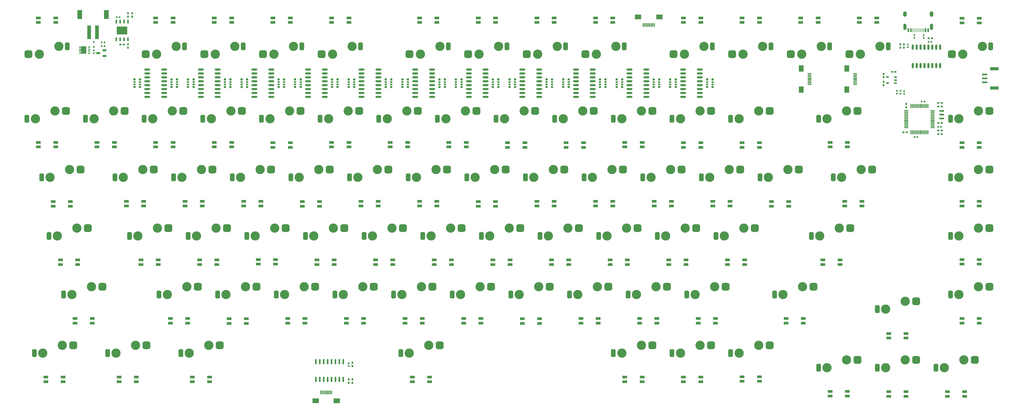
<source format=gbr>
%TF.GenerationSoftware,KiCad,Pcbnew,8.0.8*%
%TF.CreationDate,2025-06-27T17:20:43+08:00*%
%TF.ProjectId,KeyBoard,4b657942-6f61-4726-942e-6b696361645f,rev?*%
%TF.SameCoordinates,Original*%
%TF.FileFunction,Soldermask,Bot*%
%TF.FilePolarity,Negative*%
%FSLAX46Y46*%
G04 Gerber Fmt 4.6, Leading zero omitted, Abs format (unit mm)*
G04 Created by KiCad (PCBNEW 8.0.8) date 2025-06-27 17:20:43*
%MOMM*%
%LPD*%
G01*
G04 APERTURE LIST*
G04 Aperture macros list*
%AMRoundRect*
0 Rectangle with rounded corners*
0 $1 Rounding radius*
0 $2 $3 $4 $5 $6 $7 $8 $9 X,Y pos of 4 corners*
0 Add a 4 corners polygon primitive as box body*
4,1,4,$2,$3,$4,$5,$6,$7,$8,$9,$2,$3,0*
0 Add four circle primitives for the rounded corners*
1,1,$1+$1,$2,$3*
1,1,$1+$1,$4,$5*
1,1,$1+$1,$6,$7*
1,1,$1+$1,$8,$9*
0 Add four rect primitives between the rounded corners*
20,1,$1+$1,$2,$3,$4,$5,0*
20,1,$1+$1,$4,$5,$6,$7,0*
20,1,$1+$1,$6,$7,$8,$9,0*
20,1,$1+$1,$8,$9,$2,$3,0*%
G04 Aperture macros list end*
%ADD10R,1.500000X0.820000*%
%ADD11R,1.300000X0.300000*%
%ADD12R,1.600000X2.000000*%
%ADD13RoundRect,0.381000X0.381000X0.869000X-0.381000X0.869000X-0.381000X-0.869000X0.381000X-0.869000X0*%
%ADD14RoundRect,0.625000X0.650000X0.625000X-0.650000X0.625000X-0.650000X-0.625000X0.650000X-0.625000X0*%
%ADD15C,0.012500*%
%ADD16C,3.000000*%
%ADD17R,0.600000X0.600000*%
%ADD18O,1.971000X0.602000*%
%ADD19RoundRect,0.381000X-0.381000X-0.869000X0.381000X-0.869000X0.381000X0.869000X-0.381000X0.869000X0*%
%ADD20RoundRect,0.625000X-0.650000X-0.625000X0.650000X-0.625000X0.650000X0.625000X-0.650000X0.625000X0*%
%ADD21R,0.800000X0.650000*%
%ADD22R,0.800000X0.500000*%
%ADD23R,0.540000X0.565500*%
%ADD24R,0.790000X0.540000*%
%ADD25R,0.540000X0.790000*%
%ADD26O,0.560000X1.745000*%
%ADD27R,0.565500X0.540000*%
%ADD28R,1.250000X0.700000*%
%ADD29R,0.700000X0.400000*%
%ADD30R,1.800000X2.480000*%
%ADD31R,1.200000X4.500000*%
%ADD32R,1.600000X3.000000*%
%ADD33O,0.599500X1.801000*%
%ADD34R,1.700000X0.600000*%
%ADD35R,2.800000X1.000000*%
%ADD36O,1.500000X0.270000*%
%ADD37O,0.270000X1.500000*%
%ADD38R,1.500000X0.500000*%
%ADD39R,0.899000X0.500500*%
%ADD40R,0.300000X1.300000*%
%ADD41R,2.000000X1.600000*%
%ADD42R,0.600000X1.200000*%
%ADD43R,3.500000X2.500000*%
%ADD44O,1.199000X1.801000*%
%ADD45O,1.100000X1.999000*%
%ADD46R,0.500500X1.300500*%
%ADD47R,0.279500X1.300500*%
G04 APERTURE END LIST*
D10*
%TO.C,LED79*%
X435504300Y-122100280D03*
X435504300Y-123600280D03*
X441104300Y-123600280D03*
X441104300Y-122100280D03*
%TD*%
D11*
%TO.C,FPC4*%
X579340000Y-23450000D03*
X579338500Y-23948000D03*
X579340000Y-24450000D03*
X579340000Y-24950000D03*
X579340000Y-25450000D03*
X579340000Y-25950000D03*
X579340000Y-26450000D03*
X579340000Y-26950000D03*
D12*
X576660000Y-28650000D03*
X576660000Y-21750000D03*
%TD*%
D13*
%TO.C,KEY42*%
X419871150Y-76209600D03*
D14*
X432495650Y-73669600D03*
D15*
X426399650Y-78749600D03*
X431479650Y-78749600D03*
X421319650Y-78749600D03*
D16*
X422589650Y-76209600D03*
X428939650Y-73669600D03*
%TD*%
D17*
%TO.C,D1*%
X332100000Y-13116000D03*
X332100000Y-14716000D03*
%TD*%
D18*
%TO.C,U5*%
X459330168Y-22105000D03*
X459330168Y-23375000D03*
X459330168Y-24645000D03*
X459330168Y-25915000D03*
X459330168Y-27185000D03*
X459330168Y-28455000D03*
X459330168Y-29725000D03*
X459330168Y-30995000D03*
X453859168Y-30995000D03*
X453859168Y-29725000D03*
X453859168Y-28455000D03*
X453859168Y-27185000D03*
X453859168Y-25915000D03*
X453859168Y-24645000D03*
X453859168Y-23375000D03*
X453859168Y-22105000D03*
%TD*%
D19*
%TO.C,KEY10*%
X551990300Y-14614400D03*
D20*
X539365800Y-17154400D03*
D15*
X545461800Y-12074400D03*
X540381800Y-12074400D03*
X550541800Y-12074400D03*
D16*
X549271800Y-14614400D03*
X542921800Y-17154400D03*
%TD*%
D13*
%TO.C,KEY3*%
X610371150Y-38109600D03*
D14*
X622995650Y-35569600D03*
D15*
X616899650Y-40649600D03*
X621979650Y-40649600D03*
X611819650Y-40649600D03*
D16*
X613089650Y-38109600D03*
X619439650Y-35569600D03*
%TD*%
D19*
%TO.C,KEY47*%
X399590275Y-14614400D03*
D20*
X386965775Y-17154400D03*
D15*
X393061775Y-12074400D03*
X387981775Y-12074400D03*
X398141775Y-12074400D03*
D16*
X396871775Y-14614400D03*
X390521775Y-17154400D03*
%TD*%
D21*
%TO.C,R15*%
X409462334Y-27748491D03*
D22*
X409462334Y-26948491D03*
X409462334Y-26148491D03*
D21*
X409462334Y-25348491D03*
X411262334Y-25348491D03*
D22*
X411262334Y-26148491D03*
X411262334Y-26948491D03*
D21*
X411262334Y-27748491D03*
%TD*%
%TO.C,R9*%
X461694668Y-27749352D03*
D22*
X461694668Y-26949352D03*
X461694668Y-26149352D03*
D21*
X461694668Y-25349352D03*
X463494668Y-25349352D03*
D22*
X463494668Y-26149352D03*
X463494668Y-26949352D03*
D21*
X463494668Y-27749352D03*
%TD*%
D13*
%TO.C,KEY77*%
X586558150Y-100022300D03*
D14*
X599182650Y-97482300D03*
D15*
X593086650Y-102562300D03*
X598166650Y-102562300D03*
X588006650Y-102562300D03*
D16*
X589276650Y-100022300D03*
X595626650Y-97482300D03*
%TD*%
D10*
%TO.C,LED54*%
X404549500Y-84000200D03*
X404549500Y-85500200D03*
X410149500Y-85500200D03*
X410149500Y-84000200D03*
%TD*%
D18*
%TO.C,U3*%
X494151724Y-22105000D03*
X494151724Y-23375000D03*
X494151724Y-24645000D03*
X494151724Y-25915000D03*
X494151724Y-27185000D03*
X494151724Y-28455000D03*
X494151724Y-29725000D03*
X494151724Y-30995000D03*
X488680724Y-30995000D03*
X488680724Y-29725000D03*
X488680724Y-28455000D03*
X488680724Y-27185000D03*
X488680724Y-25915000D03*
X488680724Y-24645000D03*
X488680724Y-23375000D03*
X488680724Y-22105000D03*
%TD*%
D13*
%TO.C,KEY76*%
X505596150Y-95259800D03*
D14*
X518220650Y-92719800D03*
D15*
X512124650Y-97799800D03*
X517204650Y-97799800D03*
X507044650Y-97799800D03*
D16*
X508314650Y-95259800D03*
X514664650Y-92719800D03*
%TD*%
D13*
%TO.C,KEY53*%
X391295650Y-95259800D03*
D14*
X403920150Y-92719800D03*
D15*
X397824150Y-97799800D03*
X402904150Y-97799800D03*
X392744150Y-97799800D03*
D16*
X394014150Y-95259800D03*
X400364150Y-92719800D03*
%TD*%
D10*
%TO.C,LED78*%
X504562300Y-122100280D03*
X504562300Y-123600280D03*
X510162300Y-123600280D03*
X510162300Y-122100280D03*
%TD*%
D18*
%TO.C,U6*%
X441919390Y-22105000D03*
X441919390Y-23375000D03*
X441919390Y-24645000D03*
X441919390Y-25915000D03*
X441919390Y-27185000D03*
X441919390Y-28455000D03*
X441919390Y-29725000D03*
X441919390Y-30995000D03*
X436448390Y-30995000D03*
X436448390Y-29725000D03*
X436448390Y-28455000D03*
X436448390Y-27185000D03*
X436448390Y-25915000D03*
X436448390Y-24645000D03*
X436448390Y-23375000D03*
X436448390Y-22105000D03*
%TD*%
D23*
%TO.C,R36*%
X332100000Y-15900000D03*
X332100000Y-16766000D03*
%TD*%
D24*
%TO.C,C16*%
X603229500Y-11916000D03*
X604319500Y-11916000D03*
%TD*%
D25*
%TO.C,C17*%
X344475000Y-3810000D03*
X344475000Y-4900000D03*
%TD*%
D10*
%TO.C,LED64*%
X438724300Y-104550300D03*
X438724300Y-103050300D03*
X433124300Y-103050300D03*
X433124300Y-104550300D03*
%TD*%
D24*
%TO.C,C11*%
X606360000Y-34150000D03*
X607450000Y-34150000D03*
%TD*%
D13*
%TO.C,KEY61*%
X353195650Y-95259800D03*
D14*
X365820150Y-92719800D03*
D15*
X359724150Y-97799800D03*
X364804150Y-97799800D03*
X354644150Y-97799800D03*
D16*
X355914150Y-95259800D03*
X362264150Y-92719800D03*
%TD*%
D10*
%TO.C,LED30*%
X324424460Y-66565200D03*
X324424460Y-65065200D03*
X318824460Y-65065200D03*
X318824460Y-66565200D03*
%TD*%
%TO.C,LED77*%
X523612300Y-122100280D03*
X523612300Y-123600280D03*
X529212300Y-123600280D03*
X529212300Y-122100280D03*
%TD*%
D13*
%TO.C,KEY13*%
X567508150Y-38109600D03*
D14*
X580132650Y-35569600D03*
D15*
X574036650Y-40649600D03*
X579116650Y-40649600D03*
X568956650Y-40649600D03*
D16*
X570226650Y-38109600D03*
X576576650Y-35569600D03*
%TD*%
D21*
%TO.C,R22*%
X347050000Y-25347625D03*
D22*
X347050000Y-26147625D03*
X347050000Y-26947625D03*
D21*
X347050000Y-27747625D03*
X345250000Y-27747625D03*
D22*
X345250000Y-26947625D03*
X345250000Y-26147625D03*
D21*
X345250000Y-25347625D03*
%TD*%
D19*
%TO.C,KEY45*%
X361490275Y-14614400D03*
D20*
X348865775Y-17154400D03*
D15*
X354961775Y-12074400D03*
X349881775Y-12074400D03*
X360041775Y-12074400D03*
D16*
X358771775Y-14614400D03*
X352421775Y-17154400D03*
%TD*%
D10*
%TO.C,LED41*%
X538737300Y-66450200D03*
X538737300Y-64950200D03*
X533137300Y-64950200D03*
X533137300Y-66450200D03*
%TD*%
%TO.C,LED20*%
X485512300Y-45900200D03*
X485512300Y-47400200D03*
X491112300Y-47400200D03*
X491112300Y-45900200D03*
%TD*%
%TO.C,LED35*%
X424437300Y-66450200D03*
X424437300Y-64950200D03*
X418837300Y-64950200D03*
X418837300Y-66450200D03*
%TD*%
D13*
%TO.C,KEY35*%
X467496150Y-95259800D03*
D14*
X480120650Y-92719800D03*
D15*
X474024650Y-97799800D03*
X479104650Y-97799800D03*
X468944650Y-97799800D03*
D16*
X470214650Y-95259800D03*
X476564650Y-92719800D03*
%TD*%
D10*
%TO.C,LED53*%
X423599300Y-84000200D03*
X423599300Y-85500200D03*
X429199300Y-85500200D03*
X429199300Y-84000200D03*
%TD*%
D25*
%TO.C,C15*%
X595229500Y-15011000D03*
X595229500Y-13921000D03*
%TD*%
D21*
%TO.C,R19*%
X374640778Y-27747417D03*
D22*
X374640778Y-26947417D03*
X374640778Y-26147417D03*
D21*
X374640778Y-25347417D03*
X376440778Y-25347417D03*
D22*
X376440778Y-26147417D03*
X376440778Y-26947417D03*
D21*
X376440778Y-27747417D03*
%TD*%
D23*
%TO.C,R26*%
X594100000Y-29950000D03*
X594100000Y-29084000D03*
%TD*%
D19*
%TO.C,KEY4*%
X623427575Y-14614400D03*
D20*
X610803075Y-17154400D03*
D15*
X616899075Y-12074400D03*
X611819075Y-12074400D03*
X621979075Y-12074400D03*
D16*
X620709075Y-14614400D03*
X614359075Y-17154400D03*
%TD*%
D13*
%TO.C,KEY34*%
X477021150Y-76209600D03*
D14*
X489645650Y-73669600D03*
D15*
X483549650Y-78749600D03*
X488629650Y-78749600D03*
X478469650Y-78749600D03*
D16*
X479739650Y-76209600D03*
X486089650Y-73669600D03*
%TD*%
D19*
%TO.C,KEY28*%
X504365300Y-14614400D03*
D20*
X491740800Y-17154400D03*
D15*
X497836800Y-12074400D03*
X492756800Y-12074400D03*
X502916800Y-12074400D03*
D16*
X501646800Y-14614400D03*
X495296800Y-17154400D03*
%TD*%
D10*
%TO.C,LED10*%
X529212300Y-6825900D03*
X529212300Y-5325900D03*
X523612300Y-5325900D03*
X523612300Y-6825900D03*
%TD*%
D13*
%TO.C,KEY59*%
X377008150Y-57159600D03*
D14*
X389632650Y-54619600D03*
D15*
X383536650Y-59699600D03*
X388616650Y-59699600D03*
X378456650Y-59699600D03*
D16*
X379726650Y-57159600D03*
X386076650Y-54619600D03*
%TD*%
D13*
%TO.C,KEY64*%
X348433150Y-38109600D03*
D14*
X361057650Y-35569600D03*
D15*
X354961650Y-40649600D03*
X360041650Y-40649600D03*
X349881650Y-40649600D03*
D16*
X351151650Y-38109600D03*
X357501650Y-35569600D03*
%TD*%
D23*
%TO.C,R32*%
X596479500Y-14866000D03*
X596479500Y-14000000D03*
%TD*%
D21*
%TO.C,R16*%
X399262334Y-25348341D03*
D22*
X399262334Y-26148341D03*
X399262334Y-26948341D03*
D21*
X399262334Y-27748341D03*
X397462334Y-27748341D03*
D22*
X397462334Y-26948341D03*
X397462334Y-26148341D03*
D21*
X397462334Y-25348341D03*
%TD*%
D13*
%TO.C,KEY5*%
X610371150Y-95259800D03*
D14*
X622995650Y-92719800D03*
D15*
X616899650Y-97799800D03*
X621979650Y-97799800D03*
X611819650Y-97799800D03*
D16*
X613089650Y-95259800D03*
X619439650Y-92719800D03*
%TD*%
D13*
%TO.C,KEY73*%
X431777150Y-114309780D03*
D14*
X444401650Y-111769780D03*
D15*
X438305650Y-116849780D03*
X443385650Y-116849780D03*
X433225650Y-116849780D03*
D16*
X434495650Y-114309780D03*
X440845650Y-111769780D03*
%TD*%
D13*
%TO.C,KEY63*%
X357958150Y-57159600D03*
D14*
X370582650Y-54619600D03*
D15*
X364486650Y-59699600D03*
X369566650Y-59699600D03*
X359406650Y-59699600D03*
D16*
X360676650Y-57159600D03*
X367026650Y-54619600D03*
%TD*%
D10*
%TO.C,LED46*%
X568854300Y-84000200D03*
X568854300Y-85500200D03*
X574454300Y-85500200D03*
X574454300Y-84000200D03*
%TD*%
%TO.C,LED59*%
X331568200Y-104550300D03*
X331568200Y-103050300D03*
X325968200Y-103050300D03*
X325968200Y-104550300D03*
%TD*%
D13*
%TO.C,KEY29*%
X481783150Y-38109600D03*
D14*
X494407650Y-35569600D03*
D15*
X488311650Y-40649600D03*
X493391650Y-40649600D03*
X483231650Y-40649600D03*
D16*
X484501650Y-38109600D03*
X490851650Y-35569600D03*
%TD*%
D13*
%TO.C,KEY41*%
X429396150Y-95259800D03*
D14*
X442020650Y-92719800D03*
D15*
X435924650Y-97799800D03*
X441004650Y-97799800D03*
X430844650Y-97799800D03*
D16*
X432114650Y-95259800D03*
X438464650Y-92719800D03*
%TD*%
D13*
%TO.C,KEY49*%
X410346150Y-95259800D03*
D14*
X422970650Y-92719800D03*
D15*
X416874650Y-97799800D03*
X421954650Y-97799800D03*
X411794650Y-97799800D03*
D16*
X413064650Y-95259800D03*
X419414650Y-92719800D03*
%TD*%
D10*
%TO.C,LED71*%
X595887300Y-109426400D03*
X595887300Y-107926400D03*
X590287300Y-107926400D03*
X590287300Y-109426400D03*
%TD*%
D26*
%TO.C,U12*%
X413113625Y-122854000D03*
X411843625Y-122854000D03*
X410573625Y-122854000D03*
X409303625Y-122854000D03*
X408033625Y-122854000D03*
X406763625Y-122854000D03*
X405493625Y-122854000D03*
X404223625Y-122854000D03*
X404223625Y-117109000D03*
X405493625Y-117109000D03*
X406763625Y-117109000D03*
X408033625Y-117109000D03*
X409303625Y-117109000D03*
X410573625Y-117109000D03*
X411843625Y-117109000D03*
X413113625Y-117109000D03*
%TD*%
D18*
%TO.C,U4*%
X476740946Y-22105000D03*
X476740946Y-23375000D03*
X476740946Y-24645000D03*
X476740946Y-25915000D03*
X476740946Y-27185000D03*
X476740946Y-28455000D03*
X476740946Y-29725000D03*
X476740946Y-30995000D03*
X471269946Y-30995000D03*
X471269946Y-29725000D03*
X471269946Y-28455000D03*
X471269946Y-27185000D03*
X471269946Y-25915000D03*
X471269946Y-24645000D03*
X471269946Y-23375000D03*
X471269946Y-22105000D03*
%TD*%
D10*
%TO.C,LED5*%
X414910600Y-6825900D03*
X414910600Y-5325900D03*
X409310600Y-5325900D03*
X409310600Y-6825900D03*
%TD*%
D24*
%TO.C,C9*%
X606400000Y-41900000D03*
X607490000Y-41900000D03*
%TD*%
D27*
%TO.C,R33*%
X603229500Y-13166000D03*
X604095500Y-13166000D03*
%TD*%
D10*
%TO.C,LED52*%
X442649300Y-84000200D03*
X442649300Y-85500200D03*
X448249300Y-85500200D03*
X448249300Y-84000200D03*
%TD*%
D13*
%TO.C,KEY54*%
X381770650Y-76209600D03*
D14*
X394395150Y-73669600D03*
D15*
X388299150Y-78749600D03*
X393379150Y-78749600D03*
X383219150Y-78749600D03*
D16*
X384489150Y-76209600D03*
X390839150Y-73669600D03*
%TD*%
D13*
%TO.C,KEY2*%
X610371150Y-57159600D03*
D14*
X622995650Y-54619600D03*
D15*
X616899650Y-59699600D03*
X621979650Y-59699600D03*
X611819650Y-59699600D03*
D16*
X613089650Y-57159600D03*
X619439650Y-54619600D03*
%TD*%
D21*
%TO.C,R10*%
X451494668Y-25349052D03*
D22*
X451494668Y-26149052D03*
X451494668Y-26949052D03*
D21*
X451494668Y-27749052D03*
X449694668Y-27749052D03*
D22*
X449694668Y-26949052D03*
X449694668Y-26149052D03*
D21*
X449694668Y-25349052D03*
%TD*%
D13*
%TO.C,KEY24*%
X496071150Y-76209600D03*
D14*
X508695650Y-73669600D03*
D15*
X502599650Y-78749600D03*
X507679650Y-78749600D03*
X497519650Y-78749600D03*
D16*
X498789650Y-76209600D03*
X505139650Y-73669600D03*
%TD*%
D10*
%TO.C,LED57*%
X347399500Y-84000200D03*
X347399500Y-85500200D03*
X352999500Y-85500200D03*
X352999500Y-84000200D03*
%TD*%
D23*
%TO.C,R25*%
X592900000Y-29933000D03*
X592900000Y-29067000D03*
%TD*%
D13*
%TO.C,KEY69*%
X360339450Y-114309780D03*
D14*
X372963950Y-111769780D03*
D15*
X366867950Y-116849780D03*
X371947950Y-116849780D03*
X361787950Y-116849780D03*
D16*
X363057950Y-114309780D03*
X369407950Y-111769780D03*
%TD*%
D13*
%TO.C,KEY71*%
X312714550Y-114309780D03*
D14*
X325339050Y-111769780D03*
D15*
X319243050Y-116849780D03*
X324323050Y-116849780D03*
X314163050Y-116849780D03*
D16*
X315433050Y-114309780D03*
X321783050Y-111769780D03*
%TD*%
D28*
%TO.C,Q2*%
X335515000Y-15838750D03*
X335515000Y-17738750D03*
X333515000Y-16788750D03*
%TD*%
D10*
%TO.C,LED33*%
X386337000Y-66450200D03*
X386337000Y-64950200D03*
X380737000Y-64950200D03*
X380737000Y-66450200D03*
%TD*%
D11*
%TO.C,FPC3*%
X564540000Y-23450000D03*
X564538500Y-23948000D03*
X564540000Y-24450000D03*
X564540000Y-24950000D03*
X564540000Y-25450000D03*
X564540000Y-25950000D03*
X564540000Y-26450000D03*
X564540000Y-26950000D03*
D12*
X561860000Y-28650000D03*
X561860000Y-21750000D03*
%TD*%
D13*
%TO.C,KEY1*%
X610371150Y-76209600D03*
D14*
X622995650Y-73669600D03*
D15*
X616899650Y-78749600D03*
X621979650Y-78749600D03*
X611819650Y-78749600D03*
D16*
X613089650Y-76209600D03*
X619439650Y-73669600D03*
%TD*%
D10*
%TO.C,LED36*%
X443487300Y-66450200D03*
X443487300Y-64950200D03*
X437887300Y-64950200D03*
X437887300Y-66450200D03*
%TD*%
D29*
%TO.C,Q1*%
X330550000Y-14816000D03*
X330550000Y-15466000D03*
X330550000Y-16116000D03*
X330550000Y-16766000D03*
X327580000Y-16766000D03*
X327580000Y-16116000D03*
X327580000Y-15466000D03*
X327580000Y-14816000D03*
D30*
X328780000Y-15791000D03*
%TD*%
D21*
%TO.C,R3*%
X513887002Y-27749713D03*
D22*
X513887002Y-26949713D03*
X513887002Y-26149713D03*
D21*
X513887002Y-25349713D03*
X515687002Y-25349713D03*
D22*
X515687002Y-26149713D03*
X515687002Y-26949713D03*
D21*
X515687002Y-27749713D03*
%TD*%
D13*
%TO.C,KEY81*%
X338908150Y-57159600D03*
D14*
X351532650Y-54619600D03*
D15*
X345436650Y-59699600D03*
X350516650Y-59699600D03*
X340356650Y-59699600D03*
D16*
X341626650Y-57159600D03*
X347976650Y-54619600D03*
%TD*%
D13*
%TO.C,KEY62*%
X343670650Y-76209600D03*
D14*
X356295150Y-73669600D03*
D15*
X350199150Y-78749600D03*
X355279150Y-78749600D03*
X345119150Y-78749600D03*
D16*
X346389150Y-76209600D03*
X352739150Y-73669600D03*
%TD*%
D24*
%TO.C,C7*%
X607440000Y-39500000D03*
X606350000Y-39500000D03*
%TD*%
D13*
%TO.C,KEY66*%
X315095850Y-57159600D03*
D14*
X327720350Y-54619600D03*
D15*
X321624350Y-59699600D03*
X326704350Y-59699600D03*
X316544350Y-59699600D03*
D16*
X317814350Y-57159600D03*
X324164350Y-54619600D03*
%TD*%
D31*
%TO.C,U16*%
X330550000Y-9975000D03*
X333050000Y-9975000D03*
D32*
X336150000Y-4225000D03*
X327450000Y-4225000D03*
%TD*%
D10*
%TO.C,LED21*%
X466462300Y-45900200D03*
X466462300Y-47400200D03*
X472062300Y-47400200D03*
X472062300Y-45900200D03*
%TD*%
%TO.C,LED18*%
X523612300Y-45900200D03*
X523612300Y-47400200D03*
X529212300Y-47400200D03*
X529212300Y-45900200D03*
%TD*%
%TO.C,LED11*%
X548262300Y-6825900D03*
X548262300Y-5325900D03*
X542662300Y-5325900D03*
X542662300Y-6825900D03*
%TD*%
D13*
%TO.C,KEY15*%
X519883150Y-38109600D03*
D14*
X532507650Y-35569600D03*
D15*
X526411650Y-40649600D03*
X531491650Y-40649600D03*
X521331650Y-40649600D03*
D16*
X522601650Y-38109600D03*
X528951650Y-35569600D03*
%TD*%
D18*
%TO.C,U1*%
X528933280Y-22105000D03*
X528933280Y-23375000D03*
X528933280Y-24645000D03*
X528933280Y-25915000D03*
X528933280Y-27185000D03*
X528933280Y-28455000D03*
X528933280Y-29725000D03*
X528933280Y-30995000D03*
X523462280Y-30995000D03*
X523462280Y-29725000D03*
X523462280Y-28455000D03*
X523462280Y-27185000D03*
X523462280Y-25915000D03*
X523462280Y-24645000D03*
X523462280Y-23375000D03*
X523462280Y-22105000D03*
%TD*%
D13*
%TO.C,KEY30*%
X491308150Y-57159600D03*
D14*
X503932650Y-54619600D03*
D15*
X497836650Y-59699600D03*
X502916650Y-59699600D03*
X492756650Y-59699600D03*
D16*
X494026650Y-57159600D03*
X500376650Y-54619600D03*
%TD*%
D33*
%TO.C,U15*%
X607009500Y-20810000D03*
X605739500Y-20810000D03*
X604469500Y-20810000D03*
X603199500Y-20810000D03*
X601929500Y-20810000D03*
X600659500Y-20810000D03*
X599389500Y-20810000D03*
X598119500Y-20810000D03*
X598119500Y-14866000D03*
X599389500Y-14866000D03*
X600659500Y-14866000D03*
X601929500Y-14866000D03*
X603199500Y-14866000D03*
X604469500Y-14866000D03*
X605739500Y-14866000D03*
X607009500Y-14866000D03*
%TD*%
D21*
%TO.C,R4*%
X503707002Y-25349763D03*
D22*
X503707002Y-26149763D03*
X503707002Y-26949763D03*
D21*
X503707002Y-27749763D03*
X501907002Y-27749763D03*
D22*
X501907002Y-26949763D03*
X501907002Y-26149763D03*
D21*
X501907002Y-25349763D03*
%TD*%
D25*
%TO.C,C6*%
X588600000Y-26100000D03*
X588600000Y-27190000D03*
%TD*%
D21*
%TO.C,R5*%
X496496224Y-27749426D03*
D22*
X496496224Y-26949426D03*
X496496224Y-26149426D03*
D21*
X496496224Y-25349426D03*
X498296224Y-25349426D03*
D22*
X498296224Y-26149426D03*
X498296224Y-26949426D03*
D21*
X498296224Y-27749426D03*
%TD*%
D10*
%TO.C,LED63*%
X419674300Y-104550300D03*
X419674300Y-103050300D03*
X414074300Y-103050300D03*
X414074300Y-104550300D03*
%TD*%
D21*
%TO.C,R21*%
X357250000Y-27747625D03*
D22*
X357250000Y-26947625D03*
X357250000Y-26147625D03*
D21*
X357250000Y-25347625D03*
X359050000Y-25347625D03*
D22*
X359050000Y-26147625D03*
X359050000Y-26947625D03*
D21*
X359050000Y-27747625D03*
%TD*%
D10*
%TO.C,LED42*%
X557787300Y-66565200D03*
X557787300Y-65065200D03*
X552187300Y-65065200D03*
X552187300Y-66565200D03*
%TD*%
D19*
%TO.C,KEY9*%
X532940575Y-14614400D03*
D20*
X520316075Y-17154400D03*
D15*
X526412075Y-12074400D03*
X521332075Y-12074400D03*
X531492075Y-12074400D03*
D16*
X530222075Y-14614400D03*
X523872075Y-17154400D03*
%TD*%
D10*
%TO.C,LED17*%
X542662300Y-45900200D03*
X542662300Y-47400200D03*
X548262300Y-47400200D03*
X548262300Y-45900200D03*
%TD*%
D21*
%TO.C,R18*%
X381851556Y-25348104D03*
D22*
X381851556Y-26148104D03*
X381851556Y-26948104D03*
D21*
X381851556Y-27748104D03*
X380051556Y-27748104D03*
D22*
X380051556Y-26948104D03*
X380051556Y-26148104D03*
D21*
X380051556Y-25348104D03*
%TD*%
D13*
%TO.C,KEY14*%
X538933150Y-38109600D03*
D14*
X551557650Y-35569600D03*
D15*
X545461650Y-40649600D03*
X550541650Y-40649600D03*
X540381650Y-40649600D03*
D16*
X541651650Y-38109600D03*
X548001650Y-35569600D03*
%TD*%
D10*
%TO.C,LED72*%
X619699300Y-104550300D03*
X619699300Y-103050300D03*
X614099300Y-103050300D03*
X614099300Y-104550300D03*
%TD*%
%TO.C,LED48*%
X518849300Y-84000200D03*
X518849300Y-85500200D03*
X524449300Y-85500200D03*
X524449300Y-84000200D03*
%TD*%
%TO.C,LED75*%
X571237300Y-126746410D03*
X571237300Y-128246410D03*
X576837300Y-128246410D03*
X576837300Y-126746410D03*
%TD*%
%TO.C,LED26*%
X371212000Y-45785200D03*
X371212000Y-47285200D03*
X376812000Y-47285200D03*
X376812000Y-45785200D03*
%TD*%
%TO.C,LED43*%
X581599300Y-66450200D03*
X581599300Y-64950200D03*
X575999300Y-64950200D03*
X575999300Y-66450200D03*
%TD*%
D21*
%TO.C,R20*%
X364460778Y-25347867D03*
D22*
X364460778Y-26147867D03*
X364460778Y-26947867D03*
D21*
X364460778Y-27747867D03*
X362660778Y-27747867D03*
D22*
X362660778Y-26947867D03*
X362660778Y-26147867D03*
D21*
X362660778Y-25347867D03*
%TD*%
D13*
%TO.C,KEY72*%
X322239550Y-95259800D03*
D14*
X334864050Y-92719800D03*
D15*
X328768050Y-97799800D03*
X333848050Y-97799800D03*
X323688050Y-97799800D03*
D16*
X324958050Y-95259800D03*
X331308050Y-92719800D03*
%TD*%
D10*
%TO.C,LED16*%
X571237300Y-45785200D03*
X571237300Y-47285200D03*
X576837300Y-47285200D03*
X576837300Y-45785200D03*
%TD*%
D13*
%TO.C,KEY38*%
X438921150Y-76209600D03*
D14*
X451545650Y-73669600D03*
D15*
X445449650Y-78749600D03*
X450529650Y-78749600D03*
X440369650Y-78749600D03*
D16*
X441639650Y-76209600D03*
X447989650Y-73669600D03*
%TD*%
D13*
%TO.C,KEY36*%
X457971150Y-76209600D03*
D14*
X470595650Y-73669600D03*
D15*
X464499650Y-78749600D03*
X469579650Y-78749600D03*
X459419650Y-78749600D03*
D16*
X460689650Y-76209600D03*
X467039650Y-73669600D03*
%TD*%
D23*
%TO.C,R23*%
X414823625Y-117588000D03*
X414823625Y-118454000D03*
%TD*%
D13*
%TO.C,KEY57*%
X372245650Y-95259800D03*
D14*
X384870150Y-92719800D03*
D15*
X378774150Y-97799800D03*
X383854150Y-97799800D03*
X373694150Y-97799800D03*
D16*
X374964150Y-95259800D03*
X381314150Y-92719800D03*
%TD*%
D21*
%TO.C,R2*%
X521097780Y-25350000D03*
D22*
X521097780Y-26150000D03*
X521097780Y-26950000D03*
D21*
X521097780Y-27750000D03*
X519297780Y-27750000D03*
D22*
X519297780Y-26950000D03*
X519297780Y-26150000D03*
D21*
X519297780Y-25350000D03*
%TD*%
D10*
%TO.C,LED65*%
X457774300Y-104550300D03*
X457774300Y-103050300D03*
X452174300Y-103050300D03*
X452174300Y-104550300D03*
%TD*%
D24*
%TO.C,C20*%
X341770000Y-13950000D03*
X340680000Y-13950000D03*
%TD*%
D23*
%TO.C,R27*%
X595300000Y-29100000D03*
X595300000Y-29966000D03*
%TD*%
D10*
%TO.C,LED14*%
X619699300Y-6940900D03*
X619699300Y-5440900D03*
X614099300Y-5440900D03*
X614099300Y-6940900D03*
%TD*%
D25*
%TO.C,C2*%
X416023625Y-122864000D03*
X416023625Y-123954000D03*
%TD*%
D10*
%TO.C,LED66*%
X476824300Y-104665300D03*
X476824300Y-103165300D03*
X471224300Y-103165300D03*
X471224300Y-104665300D03*
%TD*%
D13*
%TO.C,KEY60*%
X367483150Y-38109600D03*
D14*
X380107650Y-35569600D03*
D15*
X374011650Y-40649600D03*
X379091650Y-40649600D03*
X368931650Y-40649600D03*
D16*
X370201650Y-38109600D03*
X376551650Y-35569600D03*
%TD*%
D13*
%TO.C,KEY16*%
X500833150Y-38109600D03*
D14*
X513457650Y-35569600D03*
D15*
X507361650Y-40649600D03*
X512441650Y-40649600D03*
X502281650Y-40649600D03*
D16*
X503551650Y-38109600D03*
X509901650Y-35569600D03*
%TD*%
D25*
%TO.C,C1*%
X414823625Y-123944000D03*
X414823625Y-122854000D03*
%TD*%
D13*
%TO.C,KEY82*%
X329383025Y-38109600D03*
D14*
X342007525Y-35569600D03*
D15*
X335911525Y-40649600D03*
X340991525Y-40649600D03*
X330831525Y-40649600D03*
D16*
X332101525Y-38109600D03*
X338451525Y-35569600D03*
%TD*%
D13*
%TO.C,KEY20*%
X510358150Y-57159600D03*
D14*
X522982650Y-54619600D03*
D15*
X516886650Y-59699600D03*
X521966650Y-59699600D03*
X511806650Y-59699600D03*
D16*
X513076650Y-57159600D03*
X519426650Y-54619600D03*
%TD*%
D25*
%TO.C,C3*%
X416073625Y-117464000D03*
X416073625Y-118554000D03*
%TD*%
D34*
%TO.C,CN1*%
X621438000Y-23736500D03*
X621438000Y-24986500D03*
X621438000Y-26236500D03*
D35*
X624588000Y-28086500D03*
X624588000Y-21886500D03*
%TD*%
D13*
%TO.C,KEY40*%
X443683150Y-38109600D03*
D14*
X456307650Y-35569600D03*
D15*
X450211650Y-40649600D03*
X455291650Y-40649600D03*
X445131650Y-40649600D03*
D16*
X446401650Y-38109600D03*
X452751650Y-35569600D03*
%TD*%
D10*
%TO.C,LED76*%
X542662300Y-121985280D03*
X542662300Y-123485280D03*
X548262300Y-123485280D03*
X548262300Y-121985280D03*
%TD*%
D25*
%TO.C,C18*%
X343175000Y-4900000D03*
X343175000Y-3810000D03*
%TD*%
D10*
%TO.C,LED45*%
X614099300Y-83885200D03*
X614099300Y-85385200D03*
X619699300Y-85385200D03*
X619699300Y-83885200D03*
%TD*%
%TO.C,LED6*%
X443487300Y-6825900D03*
X443487300Y-5325900D03*
X437887300Y-5325900D03*
X437887300Y-6825900D03*
%TD*%
D13*
%TO.C,KEY78*%
X538933150Y-114309780D03*
D14*
X551557650Y-111769780D03*
D15*
X545461650Y-116849780D03*
X550541650Y-116849780D03*
X540381650Y-116849780D03*
D16*
X541651650Y-114309780D03*
X548001650Y-111769780D03*
%TD*%
D36*
%TO.C,U13*%
X604500000Y-35500000D03*
X604500000Y-36000000D03*
X604500000Y-36500000D03*
X604500000Y-37000000D03*
X604500000Y-37500000D03*
X604500000Y-38000000D03*
X604500000Y-38500000D03*
X604500000Y-39000000D03*
X604500000Y-39500000D03*
X604500000Y-40000000D03*
X604500000Y-40500000D03*
X604500000Y-41000000D03*
D37*
X603000000Y-42500000D03*
X602500000Y-42500000D03*
X602000000Y-42500000D03*
X601500000Y-42500000D03*
X601000000Y-42500000D03*
X600500000Y-42500000D03*
X600000000Y-42500000D03*
X599500000Y-42500000D03*
X599000000Y-42500000D03*
X598500000Y-42500000D03*
X598000000Y-42500000D03*
X597500000Y-42500000D03*
D36*
X596000000Y-41000000D03*
X596000000Y-40500000D03*
X596000000Y-40000000D03*
X596000000Y-39500000D03*
X596000000Y-39000000D03*
X596000000Y-38500000D03*
X596000000Y-38000000D03*
X596000000Y-37500000D03*
X596000000Y-37000000D03*
X596000000Y-36500000D03*
X596000000Y-36000000D03*
X596000000Y-35500000D03*
D37*
X597500000Y-34000000D03*
X598000000Y-34000000D03*
X598500000Y-34000000D03*
X599000000Y-34000000D03*
X599500000Y-34000000D03*
X600000000Y-34000000D03*
X600500000Y-34000000D03*
X601000000Y-34000000D03*
X601500000Y-34000000D03*
X602000000Y-34000000D03*
X602500000Y-34000000D03*
X603000000Y-34000000D03*
%TD*%
D13*
%TO.C,KEY23*%
X515121150Y-76209600D03*
D14*
X527745650Y-73669600D03*
D15*
X521649650Y-78749600D03*
X526729650Y-78749600D03*
X516569650Y-78749600D03*
D16*
X517839650Y-76209600D03*
X524189650Y-73669600D03*
%TD*%
D13*
%TO.C,KEY75*%
X524646150Y-95259800D03*
D14*
X537270650Y-92719800D03*
D15*
X531174650Y-97799800D03*
X536254650Y-97799800D03*
X526094650Y-97799800D03*
D16*
X527364650Y-95259800D03*
X533714650Y-92719800D03*
%TD*%
D10*
%TO.C,LED62*%
X400624500Y-104550300D03*
X400624500Y-103050300D03*
X395024500Y-103050300D03*
X395024500Y-104550300D03*
%TD*%
D13*
%TO.C,KEY65*%
X317477050Y-76209600D03*
D14*
X330101550Y-73669600D03*
D15*
X324005550Y-78749600D03*
X329085550Y-78749600D03*
X318925550Y-78749600D03*
D16*
X320195550Y-76209600D03*
X326545550Y-73669600D03*
%TD*%
D24*
%TO.C,C8*%
X606400000Y-43100000D03*
X607490000Y-43100000D03*
%TD*%
D19*
%TO.C,KEY48*%
X418639450Y-14614400D03*
D20*
X406014950Y-17154400D03*
D15*
X412110950Y-12074400D03*
X407030950Y-12074400D03*
X417190950Y-12074400D03*
D16*
X415920950Y-14614400D03*
X409570950Y-17154400D03*
%TD*%
D19*
%TO.C,KEY27*%
X485315300Y-14614400D03*
D20*
X472690800Y-17154400D03*
D15*
X478786800Y-12074400D03*
X473706800Y-12074400D03*
X483866800Y-12074400D03*
D16*
X482596800Y-14614400D03*
X476246800Y-17154400D03*
%TD*%
D25*
%TO.C,C19*%
X343125000Y-14990000D03*
X343125000Y-13900000D03*
%TD*%
D10*
%TO.C,LED31*%
X348237000Y-66450200D03*
X348237000Y-64950200D03*
X342637000Y-64950200D03*
X342637000Y-66450200D03*
%TD*%
D24*
%TO.C,C10*%
X596150000Y-42500000D03*
X595060000Y-42500000D03*
%TD*%
D13*
%TO.C,KEY33*%
X462733150Y-38109600D03*
D14*
X475357650Y-35569600D03*
D15*
X469261650Y-40649600D03*
X474341650Y-40649600D03*
X464181650Y-40649600D03*
D16*
X465451650Y-38109600D03*
X471801650Y-35569600D03*
%TD*%
D13*
%TO.C,KEY80*%
X500833150Y-114309780D03*
D14*
X513457650Y-111769780D03*
D15*
X507361650Y-116849780D03*
X512441650Y-116849780D03*
X502281650Y-116849780D03*
D16*
X503551650Y-114309780D03*
X509901650Y-111769780D03*
%TD*%
D10*
%TO.C,LED82*%
X316443210Y-122100280D03*
X316443210Y-123600280D03*
X322043210Y-123600280D03*
X322043210Y-122100280D03*
%TD*%
%TO.C,LED70*%
X562549300Y-104550300D03*
X562549300Y-103050300D03*
X556949300Y-103050300D03*
X556949300Y-104550300D03*
%TD*%
D21*
%TO.C,R12*%
X434083890Y-25348815D03*
D22*
X434083890Y-26148815D03*
X434083890Y-26948815D03*
D21*
X434083890Y-27748815D03*
X432283890Y-27748815D03*
D22*
X432283890Y-26948815D03*
X432283890Y-26148815D03*
D21*
X432283890Y-25348815D03*
%TD*%
D19*
%TO.C,KEY25*%
X447215300Y-14614400D03*
D20*
X434590800Y-17154400D03*
D15*
X440686800Y-12074400D03*
X435606800Y-12074400D03*
X445766800Y-12074400D03*
D16*
X444496800Y-14614400D03*
X438146800Y-17154400D03*
%TD*%
D13*
%TO.C,KEY31*%
X486546150Y-95259800D03*
D14*
X499170650Y-92719800D03*
D15*
X493074650Y-97799800D03*
X498154650Y-97799800D03*
X487994650Y-97799800D03*
D16*
X489264650Y-95259800D03*
X495614650Y-92719800D03*
%TD*%
D10*
%TO.C,LED8*%
X481587300Y-6825900D03*
X481587300Y-5325900D03*
X475987300Y-5325900D03*
X475987300Y-6825900D03*
%TD*%
D27*
%TO.C,R28*%
X601000000Y-32550000D03*
X601866000Y-32550000D03*
%TD*%
D10*
%TO.C,LED68*%
X514924300Y-104550300D03*
X514924300Y-103050300D03*
X509324300Y-103050300D03*
X509324300Y-104550300D03*
%TD*%
%TO.C,LED15*%
X614099300Y-45900200D03*
X614099300Y-47400200D03*
X619699300Y-47400200D03*
X619699300Y-45900200D03*
%TD*%
%TO.C,LED40*%
X519687300Y-66450200D03*
X519687300Y-64950200D03*
X514087300Y-64950200D03*
X514087300Y-66450200D03*
%TD*%
D13*
%TO.C,KEY70*%
X336526950Y-114309780D03*
D14*
X349151450Y-111769780D03*
D15*
X343055450Y-116849780D03*
X348135450Y-116849780D03*
X337975450Y-116849780D03*
D16*
X339245450Y-114309780D03*
X345595450Y-111769780D03*
%TD*%
D13*
%TO.C,KEY56*%
X386533150Y-38109600D03*
D14*
X399157650Y-35569600D03*
D15*
X393061650Y-40649600D03*
X398141650Y-40649600D03*
X387981650Y-40649600D03*
D16*
X389251650Y-38109600D03*
X395601650Y-35569600D03*
%TD*%
D19*
%TO.C,KEY12*%
X590090300Y-14614400D03*
D20*
X577465800Y-17154400D03*
D15*
X583561800Y-12074400D03*
X578481800Y-12074400D03*
X588641800Y-12074400D03*
D16*
X587371800Y-14614400D03*
X581021800Y-17154400D03*
%TD*%
D27*
%TO.C,R29*%
X599500000Y-44000000D03*
X598634000Y-44000000D03*
%TD*%
D13*
%TO.C,KEY18*%
X548458150Y-57159600D03*
D14*
X561082650Y-54619600D03*
D15*
X554986650Y-59699600D03*
X560066650Y-59699600D03*
X549906650Y-59699600D03*
D16*
X551176650Y-57159600D03*
X557526650Y-54619600D03*
%TD*%
D10*
%TO.C,LED69*%
X533974300Y-104550300D03*
X533974300Y-103050300D03*
X528374300Y-103050300D03*
X528374300Y-104550300D03*
%TD*%
D13*
%TO.C,KEY6*%
X605608150Y-119072270D03*
D14*
X618232650Y-116532270D03*
D15*
X612136650Y-121612270D03*
X617216650Y-121612270D03*
X607056650Y-121612270D03*
D16*
X608326650Y-119072270D03*
X614676650Y-116532270D03*
%TD*%
D25*
%TO.C,C13*%
X596000000Y-34400000D03*
X596000000Y-33310000D03*
%TD*%
D10*
%TO.C,LED28*%
X333112000Y-45785200D03*
X333112000Y-47285200D03*
X338712000Y-47285200D03*
X338712000Y-45785200D03*
%TD*%
%TO.C,LED2*%
X357762000Y-6825900D03*
X357762000Y-5325900D03*
X352162000Y-5325900D03*
X352162000Y-6825900D03*
%TD*%
D27*
%TO.C,R37*%
X339542000Y-5100000D03*
X340408000Y-5100000D03*
%TD*%
D13*
%TO.C,KEY74*%
X553221150Y-95259800D03*
D14*
X565845650Y-92719800D03*
D15*
X559749650Y-97799800D03*
X564829650Y-97799800D03*
X554669650Y-97799800D03*
D16*
X555939650Y-95259800D03*
X562289650Y-92719800D03*
%TD*%
D13*
%TO.C,KEY37*%
X448446150Y-95259800D03*
D14*
X461070650Y-92719800D03*
D15*
X454974650Y-97799800D03*
X460054650Y-97799800D03*
X449894650Y-97799800D03*
D16*
X451164650Y-95259800D03*
X457514650Y-92719800D03*
%TD*%
D13*
%TO.C,KEY17*%
X572271150Y-57159600D03*
D14*
X584895650Y-54619600D03*
D15*
X578799650Y-59699600D03*
X583879650Y-59699600D03*
X573719650Y-59699600D03*
D16*
X574989650Y-57159600D03*
X581339650Y-54619600D03*
%TD*%
D13*
%TO.C,KEY22*%
X534171150Y-76209600D03*
D14*
X546795650Y-73669600D03*
D15*
X540699650Y-78749600D03*
X545779650Y-78749600D03*
X535619650Y-78749600D03*
D16*
X536889650Y-76209600D03*
X543239650Y-73669600D03*
%TD*%
D18*
%TO.C,U10*%
X372296278Y-22105000D03*
X372296278Y-23375000D03*
X372296278Y-24645000D03*
X372296278Y-25915000D03*
X372296278Y-27185000D03*
X372296278Y-28455000D03*
X372296278Y-29725000D03*
X372296278Y-30995000D03*
X366825278Y-30995000D03*
X366825278Y-29725000D03*
X366825278Y-28455000D03*
X366825278Y-27185000D03*
X366825278Y-25915000D03*
X366825278Y-24645000D03*
X366825278Y-23375000D03*
X366825278Y-22105000D03*
%TD*%
D10*
%TO.C,LED50*%
X480749300Y-84000200D03*
X480749300Y-85500200D03*
X486349300Y-85500200D03*
X486349300Y-84000200D03*
%TD*%
D38*
%TO.C,X1*%
X607450000Y-35600000D03*
X607450000Y-36800000D03*
X607450000Y-38000000D03*
%TD*%
D13*
%TO.C,KEY79*%
X519883150Y-114309780D03*
D14*
X532507650Y-111769780D03*
D15*
X526411650Y-116849780D03*
X531491650Y-116849780D03*
X521331650Y-116849780D03*
D16*
X522601650Y-114309780D03*
X528951650Y-111769780D03*
%TD*%
D13*
%TO.C,KEY19*%
X529408150Y-57159600D03*
D14*
X542032650Y-54619600D03*
D15*
X535936650Y-59699600D03*
X541016650Y-59699600D03*
X530856650Y-59699600D03*
D16*
X532126650Y-57159600D03*
X538476650Y-54619600D03*
%TD*%
D13*
%TO.C,KEY7*%
X586558150Y-119072270D03*
D14*
X599182650Y-116532270D03*
D15*
X593086650Y-121612270D03*
X598166650Y-121612270D03*
X588006650Y-121612270D03*
D16*
X589276650Y-119072270D03*
X595626650Y-116532270D03*
%TD*%
D19*
%TO.C,KEY11*%
X571040575Y-14614400D03*
D20*
X558416075Y-17154400D03*
D15*
X564512075Y-12074400D03*
X559432075Y-12074400D03*
X569592075Y-12074400D03*
D16*
X568322075Y-14614400D03*
X561972075Y-17154400D03*
%TD*%
D39*
%TO.C,U14*%
X592450500Y-24600000D03*
X592450500Y-25550000D03*
X592450500Y-26500000D03*
X589849500Y-26500000D03*
X589849500Y-24600000D03*
%TD*%
D10*
%TO.C,LED23*%
X428360300Y-45785200D03*
X428360300Y-47285200D03*
X433960300Y-47285200D03*
X433960300Y-45785200D03*
%TD*%
%TO.C,LED47*%
X537899300Y-84000200D03*
X537899300Y-85500200D03*
X543499300Y-85500200D03*
X543499300Y-84000200D03*
%TD*%
%TO.C,LED73*%
X609337300Y-126861410D03*
X609337300Y-128361410D03*
X614937300Y-128361410D03*
X614937300Y-126861410D03*
%TD*%
%TO.C,LED19*%
X504562300Y-45785200D03*
X504562300Y-47285200D03*
X510162300Y-47285200D03*
X510162300Y-45785200D03*
%TD*%
D13*
%TO.C,KEY67*%
X310333225Y-38109600D03*
D14*
X322957725Y-35569600D03*
D15*
X316861725Y-40649600D03*
X321941725Y-40649600D03*
X311781725Y-40649600D03*
D16*
X313051725Y-38109600D03*
X319401725Y-35569600D03*
%TD*%
D19*
%TO.C,KEY68*%
X323390225Y-14614400D03*
D20*
X310765725Y-17154400D03*
D15*
X316861725Y-12074400D03*
X311781725Y-12074400D03*
X321941725Y-12074400D03*
D16*
X320671725Y-14614400D03*
X314321725Y-17154400D03*
%TD*%
D10*
%TO.C,LED60*%
X362524500Y-104550300D03*
X362524500Y-103050300D03*
X356924500Y-103050300D03*
X356924500Y-104550300D03*
%TD*%
D40*
%TO.C,FPC2*%
X514050000Y-7658500D03*
X513552000Y-7657000D03*
X513050000Y-7658500D03*
X512550000Y-7658500D03*
X512050000Y-7658500D03*
X511550000Y-7658500D03*
X511050000Y-7658500D03*
X510550000Y-7658500D03*
D41*
X508850000Y-4978500D03*
X515750000Y-4978500D03*
%TD*%
D13*
%TO.C,KEY52*%
X405583150Y-38109600D03*
D14*
X418207650Y-35569600D03*
D15*
X412111650Y-40649600D03*
X417191650Y-40649600D03*
X407031650Y-40649600D03*
D16*
X408301650Y-38109600D03*
X414651650Y-35569600D03*
%TD*%
D42*
%TO.C,U17*%
X339320000Y-6491500D03*
X340590000Y-6491500D03*
X341860000Y-6491500D03*
X343130000Y-6491500D03*
X343130000Y-12308500D03*
X341860000Y-12308500D03*
X340590000Y-12308500D03*
X339320000Y-12308500D03*
D43*
X341225000Y-9400000D03*
%TD*%
D10*
%TO.C,LED32*%
X367287000Y-66450200D03*
X367287000Y-64950200D03*
X361687000Y-64950200D03*
X361687000Y-66450200D03*
%TD*%
D21*
%TO.C,R8*%
X468905446Y-25349289D03*
D22*
X468905446Y-26149289D03*
X468905446Y-26949289D03*
D21*
X468905446Y-27749289D03*
X467105446Y-27749289D03*
D22*
X467105446Y-26949289D03*
X467105446Y-26149289D03*
D21*
X467105446Y-25349289D03*
%TD*%
D27*
%TO.C,R24*%
X607266000Y-40700000D03*
X606400000Y-40700000D03*
%TD*%
D19*
%TO.C,KEY26*%
X466265575Y-14614400D03*
D20*
X453641075Y-17154400D03*
D15*
X459737075Y-12074400D03*
X454657075Y-12074400D03*
X464817075Y-12074400D03*
D16*
X463547075Y-14614400D03*
X457197075Y-17154400D03*
%TD*%
D10*
%TO.C,LED38*%
X481587300Y-66450200D03*
X481587300Y-64950200D03*
X475987300Y-64950200D03*
X475987300Y-66450200D03*
%TD*%
D21*
%TO.C,R7*%
X479105446Y-27749639D03*
D22*
X479105446Y-26949639D03*
X479105446Y-26149639D03*
D21*
X479105446Y-25349639D03*
X480905446Y-25349639D03*
D22*
X480905446Y-26149639D03*
X480905446Y-26949639D03*
D21*
X480905446Y-27749639D03*
%TD*%
D10*
%TO.C,LED81*%
X340254300Y-122100280D03*
X340254300Y-123600280D03*
X345854300Y-123600280D03*
X345854300Y-122100280D03*
%TD*%
%TO.C,LED27*%
X352162000Y-45785200D03*
X352162000Y-47285200D03*
X357762000Y-47285200D03*
X357762000Y-45785200D03*
%TD*%
%TO.C,LED80*%
X364068300Y-122100280D03*
X364068300Y-123600280D03*
X369668300Y-123600280D03*
X369668300Y-122100280D03*
%TD*%
D13*
%TO.C,KEY44*%
X424633150Y-38109600D03*
D14*
X437257650Y-35569600D03*
D15*
X431161650Y-40649600D03*
X436241650Y-40649600D03*
X426081650Y-40649600D03*
D16*
X427351650Y-38109600D03*
X433701650Y-35569600D03*
%TD*%
D10*
%TO.C,LED74*%
X590287300Y-126861410D03*
X590287300Y-128361410D03*
X595887300Y-128361410D03*
X595887300Y-126861410D03*
%TD*%
%TO.C,LED12*%
X567312300Y-6825900D03*
X567312300Y-5325900D03*
X561712300Y-5325900D03*
X561712300Y-6825900D03*
%TD*%
%TO.C,LED56*%
X366449500Y-84000200D03*
X366449500Y-85500200D03*
X372049500Y-85500200D03*
X372049500Y-84000200D03*
%TD*%
%TO.C,LED22*%
X447412300Y-45785200D03*
X447412300Y-47285200D03*
X453012300Y-47285200D03*
X453012300Y-45785200D03*
%TD*%
%TO.C,LED67*%
X495874300Y-104550300D03*
X495874300Y-103050300D03*
X490274300Y-103050300D03*
X490274300Y-104550300D03*
%TD*%
D13*
%TO.C,KEY21*%
X565127150Y-76209600D03*
D14*
X577751650Y-73669600D03*
D15*
X571655650Y-78749600D03*
X576735650Y-78749600D03*
X566575650Y-78749600D03*
D16*
X567845650Y-76209600D03*
X574195650Y-73669600D03*
%TD*%
D13*
%TO.C,KEY51*%
X415108150Y-57159600D03*
D14*
X427732650Y-54619600D03*
D15*
X421636650Y-59699600D03*
X426716650Y-59699600D03*
X416556650Y-59699600D03*
D16*
X417826650Y-57159600D03*
X424176650Y-54619600D03*
%TD*%
D27*
%TO.C,R35*%
X335500000Y-13316000D03*
X334634000Y-13316000D03*
%TD*%
D10*
%TO.C,LED61*%
X381574500Y-104665300D03*
X381574500Y-103165300D03*
X375974500Y-103165300D03*
X375974500Y-104665300D03*
%TD*%
D13*
%TO.C,KEY58*%
X362720650Y-76209600D03*
D14*
X375345150Y-73669600D03*
D15*
X369249150Y-78749600D03*
X374329150Y-78749600D03*
X364169150Y-78749600D03*
D16*
X365439150Y-76209600D03*
X371789150Y-73669600D03*
%TD*%
D10*
%TO.C,LED3*%
X376812000Y-6825900D03*
X376812000Y-5325900D03*
X371212000Y-5325900D03*
X371212000Y-6825900D03*
%TD*%
D23*
%TO.C,R31*%
X598629500Y-11782000D03*
X598629500Y-10916000D03*
%TD*%
D10*
%TO.C,LED29*%
X314061950Y-45785200D03*
X314061950Y-47285200D03*
X319661950Y-47285200D03*
X319661950Y-45785200D03*
%TD*%
%TO.C,LED55*%
X385499500Y-83885200D03*
X385499500Y-85385200D03*
X391099500Y-85385200D03*
X391099500Y-83885200D03*
%TD*%
D21*
%TO.C,R6*%
X486316224Y-25349526D03*
D22*
X486316224Y-26149526D03*
X486316224Y-26949526D03*
D21*
X486316224Y-27749526D03*
X484516224Y-27749526D03*
D22*
X484516224Y-26949526D03*
X484516224Y-26149526D03*
D21*
X484516224Y-25349526D03*
%TD*%
D10*
%TO.C,LED25*%
X390262000Y-45900200D03*
X390262000Y-47400200D03*
X395862000Y-47400200D03*
X395862000Y-45900200D03*
%TD*%
%TO.C,LED9*%
X500637300Y-6825900D03*
X500637300Y-5325900D03*
X495037300Y-5325900D03*
X495037300Y-6825900D03*
%TD*%
D24*
%TO.C,C4*%
X592450000Y-22900000D03*
X591360000Y-22900000D03*
%TD*%
D18*
%TO.C,U9*%
X389687056Y-22105000D03*
X389687056Y-23375000D03*
X389687056Y-24645000D03*
X389687056Y-25915000D03*
X389687056Y-27185000D03*
X389687056Y-28455000D03*
X389687056Y-29725000D03*
X389687056Y-30995000D03*
X384216056Y-30995000D03*
X384216056Y-29725000D03*
X384216056Y-28455000D03*
X384216056Y-27185000D03*
X384216056Y-25915000D03*
X384216056Y-24645000D03*
X384216056Y-23375000D03*
X384216056Y-22105000D03*
%TD*%
D21*
%TO.C,R17*%
X392051556Y-27748204D03*
D22*
X392051556Y-26948204D03*
X392051556Y-26148204D03*
D21*
X392051556Y-25348204D03*
X393851556Y-25348204D03*
D22*
X393851556Y-26148204D03*
X393851556Y-26948204D03*
D21*
X393851556Y-27748204D03*
%TD*%
D13*
%TO.C,KEY32*%
X472258150Y-57159600D03*
D14*
X484882650Y-54619600D03*
D15*
X478786650Y-59699600D03*
X483866650Y-59699600D03*
X473706650Y-59699600D03*
D16*
X474976650Y-57159600D03*
X481326650Y-54619600D03*
%TD*%
D44*
%TO.C,USBC1*%
X595529500Y-4066000D03*
D45*
X595529500Y-8264500D03*
D44*
X604170500Y-4066000D03*
D45*
X604170500Y-8264500D03*
D46*
X596649500Y-9334000D03*
X597449500Y-9334000D03*
D47*
X598600500Y-9334000D03*
X599601000Y-9334000D03*
X600099000Y-9334000D03*
X601099500Y-9334000D03*
D46*
X602250500Y-9334000D03*
X603050500Y-9334000D03*
D47*
X601600000Y-9334000D03*
X600599500Y-9334000D03*
X599100500Y-9334000D03*
X598100000Y-9334000D03*
%TD*%
D27*
%TO.C,R34*%
X334634000Y-14516000D03*
X335500000Y-14516000D03*
%TD*%
D13*
%TO.C,KEY39*%
X453208150Y-57159600D03*
D14*
X465832650Y-54619600D03*
D15*
X459736650Y-59699600D03*
X464816650Y-59699600D03*
X454656650Y-59699600D03*
D16*
X455926650Y-57159600D03*
X462276650Y-54619600D03*
%TD*%
D10*
%TO.C,LED24*%
X409310600Y-45785200D03*
X409310600Y-47285200D03*
X414910600Y-47285200D03*
X414910600Y-45785200D03*
%TD*%
D23*
%TO.C,R30*%
X601629500Y-11782000D03*
X601629500Y-10916000D03*
%TD*%
D10*
%TO.C,LED4*%
X395862000Y-6825900D03*
X395862000Y-5325900D03*
X390262000Y-5325900D03*
X390262000Y-6825900D03*
%TD*%
D13*
%TO.C,KEY55*%
X396058150Y-57159600D03*
D14*
X408682650Y-54619600D03*
D15*
X402586650Y-59699600D03*
X407666650Y-59699600D03*
X397506650Y-59699600D03*
D16*
X398776650Y-57159600D03*
X405126650Y-54619600D03*
%TD*%
D10*
%TO.C,LED39*%
X500637300Y-66450200D03*
X500637300Y-64950200D03*
X495037300Y-64950200D03*
X495037300Y-66450200D03*
%TD*%
D40*
%TO.C,FPC1*%
X405800000Y-127110000D03*
X406298000Y-127111500D03*
X406800000Y-127110000D03*
X407300000Y-127110000D03*
X407800000Y-127110000D03*
X408300000Y-127110000D03*
X408800000Y-127110000D03*
X409300000Y-127110000D03*
D41*
X411000000Y-129790000D03*
X404100000Y-129790000D03*
%TD*%
D18*
%TO.C,U7*%
X424508612Y-22105000D03*
X424508612Y-23375000D03*
X424508612Y-24645000D03*
X424508612Y-25915000D03*
X424508612Y-27185000D03*
X424508612Y-28455000D03*
X424508612Y-29725000D03*
X424508612Y-30995000D03*
X419037612Y-30995000D03*
X419037612Y-29725000D03*
X419037612Y-28455000D03*
X419037612Y-27185000D03*
X419037612Y-25915000D03*
X419037612Y-24645000D03*
X419037612Y-23375000D03*
X419037612Y-22105000D03*
%TD*%
D25*
%TO.C,C14*%
X593979500Y-13931000D03*
X593979500Y-15021000D03*
%TD*%
D13*
%TO.C,KEY8*%
X567508150Y-119072270D03*
D14*
X580132650Y-116532270D03*
D15*
X574036650Y-121612270D03*
X579116650Y-121612270D03*
X568956650Y-121612270D03*
D16*
X570226650Y-119072270D03*
X576576650Y-116532270D03*
%TD*%
D10*
%TO.C,LED1*%
X319661950Y-6825900D03*
X319661950Y-5325900D03*
X314061950Y-5325900D03*
X314061950Y-6825900D03*
%TD*%
%TO.C,LED13*%
X586362300Y-6825900D03*
X586362300Y-5325900D03*
X580762300Y-5325900D03*
X580762300Y-6825900D03*
%TD*%
%TO.C,LED51*%
X461699300Y-84000200D03*
X461699300Y-85500200D03*
X467299300Y-85500200D03*
X467299300Y-84000200D03*
%TD*%
%TO.C,LED7*%
X462537300Y-6825900D03*
X462537300Y-5325900D03*
X456937300Y-5325900D03*
X456937300Y-6825900D03*
%TD*%
D13*
%TO.C,KEY50*%
X400821150Y-76209600D03*
D14*
X413445650Y-73669600D03*
D15*
X407349650Y-78749600D03*
X412429650Y-78749600D03*
X402269650Y-78749600D03*
D16*
X403539650Y-76209600D03*
X409889650Y-73669600D03*
%TD*%
D21*
%TO.C,R13*%
X426873112Y-27748778D03*
D22*
X426873112Y-26948778D03*
X426873112Y-26148778D03*
D21*
X426873112Y-25348778D03*
X428673112Y-25348778D03*
D22*
X428673112Y-26148778D03*
X428673112Y-26948778D03*
D21*
X428673112Y-27748778D03*
%TD*%
D10*
%TO.C,LED58*%
X321204330Y-84000200D03*
X321204330Y-85500200D03*
X326804330Y-85500200D03*
X326804330Y-84000200D03*
%TD*%
%TO.C,LED44*%
X619699300Y-66450200D03*
X619699300Y-64950200D03*
X614099300Y-64950200D03*
X614099300Y-66450200D03*
%TD*%
D21*
%TO.C,R14*%
X416673112Y-25348578D03*
D22*
X416673112Y-26148578D03*
X416673112Y-26948578D03*
D21*
X416673112Y-27748578D03*
X414873112Y-27748578D03*
D22*
X414873112Y-26948578D03*
X414873112Y-26148578D03*
D21*
X414873112Y-25348578D03*
%TD*%
D10*
%TO.C,LED49*%
X499799300Y-84000200D03*
X499799300Y-85500200D03*
X505399300Y-85500200D03*
X505399300Y-84000200D03*
%TD*%
%TO.C,LED34*%
X405387000Y-66565200D03*
X405387000Y-65065200D03*
X399787000Y-65065200D03*
X399787000Y-66565200D03*
%TD*%
D18*
%TO.C,U2*%
X511542502Y-22105000D03*
X511542502Y-23375000D03*
X511542502Y-24645000D03*
X511542502Y-25915000D03*
X511542502Y-27185000D03*
X511542502Y-28455000D03*
X511542502Y-29725000D03*
X511542502Y-30995000D03*
X506071502Y-30995000D03*
X506071502Y-29725000D03*
X506071502Y-28455000D03*
X506071502Y-27185000D03*
X506071502Y-25915000D03*
X506071502Y-24645000D03*
X506071502Y-23375000D03*
X506071502Y-22105000D03*
%TD*%
D19*
%TO.C,KEY46*%
X380540150Y-14614400D03*
D20*
X367915650Y-17154400D03*
D15*
X374011650Y-12074400D03*
X368931650Y-12074400D03*
X379091650Y-12074400D03*
D16*
X377821650Y-14614400D03*
X371471650Y-17154400D03*
%TD*%
D13*
%TO.C,KEY43*%
X434158150Y-57159600D03*
D14*
X446782650Y-54619600D03*
D15*
X440686650Y-59699600D03*
X445766650Y-59699600D03*
X435606650Y-59699600D03*
D16*
X436876650Y-57159600D03*
X443226650Y-54619600D03*
%TD*%
D21*
%TO.C,R11*%
X444283890Y-27749065D03*
D22*
X444283890Y-26949065D03*
X444283890Y-26149065D03*
D21*
X444283890Y-25349065D03*
X446083890Y-25349065D03*
D22*
X446083890Y-26149065D03*
X446083890Y-26949065D03*
D21*
X446083890Y-27749065D03*
%TD*%
D24*
%TO.C,C12*%
X606360000Y-32950000D03*
X607450000Y-32950000D03*
%TD*%
D18*
%TO.C,U8*%
X407097834Y-22105000D03*
X407097834Y-23375000D03*
X407097834Y-24645000D03*
X407097834Y-25915000D03*
X407097834Y-27185000D03*
X407097834Y-28455000D03*
X407097834Y-29725000D03*
X407097834Y-30995000D03*
X401626834Y-30995000D03*
X401626834Y-29725000D03*
X401626834Y-28455000D03*
X401626834Y-27185000D03*
X401626834Y-25915000D03*
X401626834Y-24645000D03*
X401626834Y-23375000D03*
X401626834Y-22105000D03*
%TD*%
%TO.C,U11*%
X354885500Y-22105000D03*
X354885500Y-23375000D03*
X354885500Y-24645000D03*
X354885500Y-25915000D03*
X354885500Y-27185000D03*
X354885500Y-28455000D03*
X354885500Y-29725000D03*
X354885500Y-30995000D03*
X349414500Y-30995000D03*
X349414500Y-29725000D03*
X349414500Y-28455000D03*
X349414500Y-27185000D03*
X349414500Y-25915000D03*
X349414500Y-24645000D03*
X349414500Y-23375000D03*
X349414500Y-22105000D03*
%TD*%
D21*
%TO.C,R1*%
X531277780Y-27750000D03*
D22*
X531277780Y-26950000D03*
X531277780Y-26150000D03*
D21*
X531277780Y-25350000D03*
X533077780Y-25350000D03*
D22*
X533077780Y-26150000D03*
X533077780Y-26950000D03*
D21*
X533077780Y-27750000D03*
%TD*%
D10*
%TO.C,LED37*%
X462537300Y-66565200D03*
X462537300Y-65065200D03*
X456937300Y-65065200D03*
X456937300Y-66565200D03*
%TD*%
D25*
%TO.C,C5*%
X588600000Y-24600000D03*
X588600000Y-23510000D03*
%TD*%
M02*

</source>
